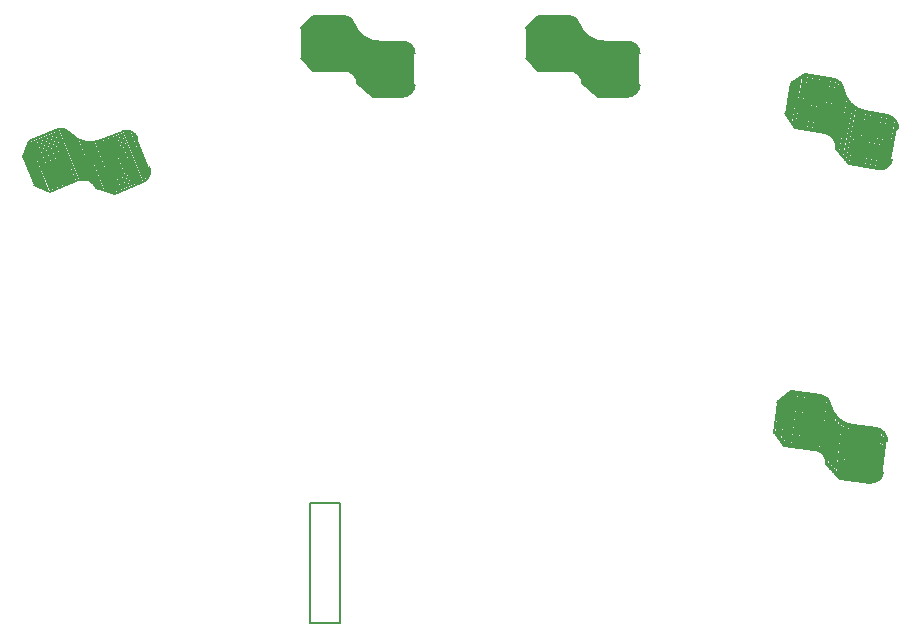
<source format=gbo>
%TF.GenerationSoftware,KiCad,Pcbnew,(5.1.9-0-10_14)*%
%TF.CreationDate,2021-05-28T20:21:16+09:00*%
%TF.ProjectId,quali5,7175616c-6935-42e6-9b69-6361645f7063,rev?*%
%TF.SameCoordinates,Original*%
%TF.FileFunction,Legend,Bot*%
%TF.FilePolarity,Positive*%
%FSLAX46Y46*%
G04 Gerber Fmt 4.6, Leading zero omitted, Abs format (unit mm)*
G04 Created by KiCad (PCBNEW (5.1.9-0-10_14)) date 2021-05-28 20:21:16*
%MOMM*%
%LPD*%
G01*
G04 APERTURE LIST*
%ADD10C,0.150000*%
%ADD11C,0.120000*%
G04 APERTURE END LIST*
D10*
%TO.C,SW2*%
X87693196Y-98685603D02*
X88779555Y-101374436D01*
X87748454Y-98555424D02*
X88909734Y-101429694D01*
X87803712Y-98425245D02*
X89039913Y-101484951D01*
X87858969Y-98295066D02*
X89170093Y-101540209D01*
X87941856Y-98099797D02*
X89365361Y-101623096D01*
X88024743Y-97904529D02*
X89560630Y-101705982D01*
X88107629Y-97709260D02*
X89755898Y-101788869D01*
X88209246Y-97560351D02*
X89932436Y-101825396D01*
X88348324Y-97504160D02*
X90071514Y-101769205D01*
X88487401Y-97447969D02*
X90210592Y-101713014D01*
X88626479Y-97391778D02*
X90349669Y-101656823D01*
X88765556Y-97335587D02*
X90488747Y-101600632D01*
X88904634Y-97279396D02*
X90627824Y-101544441D01*
X89043712Y-97223205D02*
X90766902Y-101488250D01*
X89182789Y-97167014D02*
X90905979Y-101432059D01*
X89321867Y-97110823D02*
X91045057Y-101375868D01*
X89460944Y-97054632D02*
X91184135Y-101319677D01*
X89600022Y-96998441D02*
X91323212Y-101263486D01*
X89739099Y-96942250D02*
X91462290Y-101207295D01*
X89878177Y-96886059D02*
X91601367Y-101151104D01*
X90017255Y-96829868D02*
X91740445Y-101094914D01*
X90156332Y-96773677D02*
X91879523Y-101038723D01*
X90295410Y-96717486D02*
X92018600Y-100982532D01*
X90434487Y-96661295D02*
X92138947Y-100879981D01*
X90573565Y-96605104D02*
X92296755Y-100870150D01*
X90712643Y-96548913D02*
X92435833Y-100813959D01*
X90870450Y-96539081D02*
X92574910Y-100757768D01*
X91046989Y-96575608D02*
X92751449Y-100794295D01*
X91223527Y-96612136D02*
X92909257Y-100784463D01*
X91372436Y-96713753D02*
X93020705Y-100793362D01*
X91558806Y-96908088D02*
X93132154Y-100802260D01*
X91707716Y-97009705D02*
X93262333Y-100857518D01*
X91875355Y-97157681D02*
X93429973Y-101005494D01*
X92024265Y-97259298D02*
X93578882Y-101107111D01*
X92191904Y-97407274D02*
X93858904Y-101533242D01*
X92387173Y-97490161D02*
X94054172Y-101616129D01*
X92582442Y-97573047D02*
X94230711Y-101652656D01*
X92758980Y-97609575D02*
X94407249Y-101689184D01*
X92935518Y-97646102D02*
X94602517Y-101772070D01*
X93112056Y-97682629D02*
X94779056Y-101808598D01*
X93269864Y-97672798D02*
X94974324Y-101891484D01*
X93446402Y-97709325D02*
X95150862Y-101928012D01*
X93604210Y-97699493D02*
X95327401Y-101964539D01*
X93743288Y-97643302D02*
X95485209Y-101954707D01*
X93882366Y-97587111D02*
X95624286Y-101898516D01*
X94040173Y-97577280D02*
X95744633Y-101795966D01*
X94179251Y-97521089D02*
X95902441Y-101786134D01*
X94318329Y-97464898D02*
X96041519Y-101729943D01*
X94457406Y-97408707D02*
X96180597Y-101673752D01*
X94596484Y-97352516D02*
X96319674Y-101617561D01*
X94735561Y-97296325D02*
X96458752Y-101561370D01*
X94874639Y-97240134D02*
X96597829Y-101505179D01*
X95013716Y-97183943D02*
X96736907Y-101448988D01*
X95152794Y-97127752D02*
X96875984Y-101392797D01*
X95291872Y-97071561D02*
X97015062Y-101336606D01*
X95430949Y-97015370D02*
X97154140Y-101280415D01*
X95570027Y-96959179D02*
X97293217Y-101224224D01*
X95709104Y-96902988D02*
X97432295Y-101168033D01*
X95848182Y-96846797D02*
X97571372Y-101111842D01*
X95987260Y-96790606D02*
X97710450Y-101055651D01*
X96126337Y-96734415D02*
X97830797Y-100953101D01*
X96284145Y-96724583D02*
X97969875Y-100896910D01*
X96441953Y-96714751D02*
X98090222Y-100794360D01*
X96618491Y-96751278D02*
X98191839Y-100645451D01*
X96795029Y-96787806D02*
X98293456Y-100496541D01*
X97009028Y-96917052D02*
X98357612Y-100254914D01*
X95378676Y-102024713D02*
X93812545Y-101551973D01*
X89895442Y-101867306D02*
X88561107Y-101300915D01*
X88153522Y-97555901D02*
X87587130Y-98890237D01*
X88593652Y-101314729D02*
X87600944Y-98857692D01*
X94169886Y-97497909D02*
X96001074Y-96758061D01*
X95378676Y-102024713D02*
X97742995Y-101069466D01*
X89895442Y-101867306D02*
X92282941Y-100902694D01*
X88153522Y-97555901D02*
X90564200Y-96581924D01*
D11*
X88571221Y-97521957D02*
X90238220Y-101647925D01*
X90238220Y-101647925D02*
X91130809Y-96649596D01*
X91130809Y-96649596D02*
X92760347Y-100682846D01*
X92760347Y-100682846D02*
X94541226Y-97482695D01*
X94541226Y-97482695D02*
X96226956Y-101655022D01*
D10*
X93812545Y-101551972D02*
G75*
G03*
X92282941Y-100902694I-1089441J-440163D01*
G01*
X91627002Y-96910838D02*
G75*
G03*
X94169886Y-97497909I1690654J1522272D01*
G01*
X97742995Y-101069466D02*
G75*
G03*
X98295572Y-99767675I-374607J927184D01*
G01*
X96001074Y-96758062D02*
G75*
G02*
X97302864Y-97310638I374607J-927183D01*
G01*
X90565575Y-96582672D02*
G75*
G02*
X91627001Y-96910838I311247J-873928D01*
G01*
%TO.C,SW6*%
X151671765Y-119532767D02*
X151318344Y-122411151D01*
X151783207Y-119445699D02*
X151405412Y-122522592D01*
X151894649Y-119358631D02*
X151492480Y-122634034D01*
X152006090Y-119271564D02*
X151579547Y-122745475D01*
X152173252Y-119140962D02*
X151710149Y-122912638D01*
X152340415Y-119010361D02*
X151840750Y-123079800D01*
X152507577Y-118879759D02*
X151971352Y-123246962D01*
X152668646Y-118798785D02*
X152108047Y-123364497D01*
X152817528Y-118817065D02*
X152256929Y-123382778D01*
X152966410Y-118835346D02*
X152405811Y-123401058D01*
X153115292Y-118853626D02*
X152554693Y-123419338D01*
X153264174Y-118871906D02*
X152703575Y-123437619D01*
X153413056Y-118890187D02*
X152852457Y-123455899D01*
X153561937Y-118908467D02*
X153001338Y-123474180D01*
X153710819Y-118926748D02*
X153150220Y-123492460D01*
X153859701Y-118945028D02*
X153299102Y-123510740D01*
X154008583Y-118963308D02*
X153447984Y-123529021D01*
X154157465Y-118981589D02*
X153596866Y-123547301D01*
X154306347Y-118999869D02*
X153745748Y-123565582D01*
X154455229Y-119018150D02*
X153894630Y-123583862D01*
X154604111Y-119036430D02*
X154043512Y-123602142D01*
X154752993Y-119054710D02*
X154192394Y-123620423D01*
X154901875Y-119072991D02*
X154341276Y-123638703D01*
X155050757Y-119091271D02*
X154496251Y-123607356D01*
X155199639Y-119109552D02*
X154639040Y-123675264D01*
X155348521Y-119127832D02*
X154787922Y-123693544D01*
X155491309Y-119195740D02*
X154936803Y-123711825D01*
X155628004Y-119313275D02*
X155073498Y-123829360D01*
X155764699Y-119430810D02*
X155216287Y-123897268D01*
X155845673Y-119591879D02*
X155309448Y-123959082D01*
X155914460Y-119852202D02*
X155402609Y-124020896D01*
X155995435Y-120013271D02*
X155489677Y-124132338D01*
X156070315Y-120223967D02*
X155564558Y-124343034D01*
X156151290Y-120385036D02*
X155645532Y-124504103D01*
X156226170Y-120595732D02*
X155683852Y-125012563D01*
X156356772Y-120762895D02*
X155814453Y-125179725D01*
X156487373Y-120930057D02*
X155951148Y-125297260D01*
X156624068Y-121047592D02*
X156087843Y-125414795D01*
X156760763Y-121165127D02*
X156218445Y-125581957D01*
X156897458Y-121282662D02*
X156355140Y-125699492D01*
X157040247Y-121350570D02*
X156485741Y-125866655D01*
X157176942Y-121468105D02*
X156622436Y-125984190D01*
X157319730Y-121536012D02*
X156759131Y-126101725D01*
X157468612Y-121554293D02*
X156901920Y-126169632D01*
X157617494Y-121572573D02*
X157050802Y-126187913D01*
X157760283Y-121640481D02*
X157205777Y-126156566D01*
X157909165Y-121658761D02*
X157348566Y-126224474D01*
X158058046Y-121677042D02*
X157497447Y-126242754D01*
X158206928Y-121695322D02*
X157646329Y-126261034D01*
X158355810Y-121713602D02*
X157795211Y-126279315D01*
X158504692Y-121731883D02*
X157944093Y-126297595D01*
X158653574Y-121750163D02*
X158092975Y-126315876D01*
X158802456Y-121768444D02*
X158241857Y-126334156D01*
X158951338Y-121786724D02*
X158390739Y-126352436D01*
X159100220Y-121805004D02*
X158539621Y-126370717D01*
X159249102Y-121823285D02*
X158688503Y-126388997D01*
X159397984Y-121841565D02*
X158837385Y-126407278D01*
X159546866Y-121859846D02*
X158986267Y-126425558D01*
X159695748Y-121878126D02*
X159135149Y-126443838D01*
X159844630Y-121896406D02*
X159284031Y-126462119D01*
X159993511Y-121914687D02*
X159439006Y-126430772D01*
X160136300Y-121982595D02*
X159587888Y-126449052D01*
X160279088Y-122050502D02*
X159742863Y-126417705D01*
X160415783Y-122168037D02*
X159903932Y-126336731D01*
X160552478Y-122285572D02*
X160065001Y-126255757D01*
X160676986Y-122502362D02*
X160238257Y-126075528D01*
X156774805Y-126179212D02*
X155634224Y-125006469D01*
X152055373Y-123383217D02*
X151162929Y-122240941D01*
X152622065Y-118767878D02*
X151479789Y-119660321D01*
X151184696Y-122268802D02*
X151507650Y-119638555D01*
X157912211Y-121633948D02*
X159872490Y-121874640D01*
X156774805Y-126179212D02*
X159305797Y-126489979D01*
X152055373Y-123383217D02*
X154611179Y-123697031D01*
X152622065Y-118767878D02*
X155202685Y-119084738D01*
D11*
X153003850Y-118940694D02*
X152461532Y-123357524D01*
X152461532Y-123357524D02*
X155665444Y-119418623D01*
X155665444Y-119418623D02*
X155135313Y-123736199D01*
X155135313Y-123736199D02*
X158244369Y-121800670D01*
X158244369Y-121800670D02*
X157695957Y-126267128D01*
D10*
X155634225Y-125006469D02*
G75*
G03*
X154611179Y-123697031I-1166242J143196D01*
G01*
X155972771Y-119887669D02*
G75*
G03*
X157912211Y-121633948I2216693J511764D01*
G01*
X159305798Y-126489979D02*
G75*
G03*
X160420213Y-125619302I121869J992546D01*
G01*
X159872490Y-121874640D02*
G75*
G02*
X160743167Y-122989055I-121869J-992546D01*
G01*
X155203526Y-119086059D02*
G75*
G02*
X155972772Y-119887669I-151466J-915250D01*
G01*
D11*
%TO.C,SW3*%
X118140000Y-89270000D02*
X118140000Y-93770000D01*
X115290000Y-91570000D02*
X118140000Y-89270000D01*
X115290000Y-87220000D02*
X115290000Y-91570000D01*
X112590000Y-91520000D02*
X115290000Y-87220000D01*
X112590000Y-87070000D02*
X112590000Y-91520000D01*
D10*
X112190000Y-86945000D02*
X114790000Y-86945000D01*
X112190000Y-91595000D02*
X114765000Y-91595000D01*
X117215000Y-93795000D02*
X119765000Y-93795000D01*
X117790000Y-89145000D02*
X119765000Y-89145000D01*
X111190000Y-90595000D02*
X111190000Y-87945000D01*
X112190000Y-86945000D02*
X111165000Y-87970000D01*
X112190000Y-91595000D02*
X111165000Y-90570000D01*
X117215000Y-93795000D02*
X115940000Y-92770000D01*
X120640000Y-89670000D02*
X120640000Y-93270000D01*
X120490000Y-89470000D02*
X120490000Y-93470000D01*
X120340000Y-89370000D02*
X120340000Y-93570000D01*
X120190000Y-89270000D02*
X120190000Y-93670000D01*
X120040000Y-89220000D02*
X120040000Y-93720000D01*
X119890000Y-89170000D02*
X119890000Y-93720000D01*
X119740000Y-89170000D02*
X119740000Y-93770000D01*
X119590000Y-89170000D02*
X119590000Y-93770000D01*
X119440000Y-89170000D02*
X119440000Y-93770000D01*
X119290000Y-89170000D02*
X119290000Y-93770000D01*
X119140000Y-89170000D02*
X119140000Y-93770000D01*
X118990000Y-89170000D02*
X118990000Y-93770000D01*
X118840000Y-89170000D02*
X118840000Y-93770000D01*
X118690000Y-89170000D02*
X118690000Y-93770000D01*
X118540000Y-89170000D02*
X118540000Y-93770000D01*
X118390000Y-89170000D02*
X118390000Y-93770000D01*
X118240000Y-89170000D02*
X118240000Y-93770000D01*
X118090000Y-89170000D02*
X118090000Y-93770000D01*
X117940000Y-89170000D02*
X117940000Y-93770000D01*
X117790000Y-89170000D02*
X117790000Y-93770000D01*
X117640000Y-89170000D02*
X117640000Y-93720000D01*
X117490000Y-89120000D02*
X117490000Y-93770000D01*
X117340000Y-89120000D02*
X117340000Y-93770000D01*
X117190000Y-89120000D02*
X117190000Y-93720000D01*
X117040000Y-89070000D02*
X117040000Y-93620000D01*
X116890000Y-88970000D02*
X116890000Y-93520000D01*
X116740000Y-88920000D02*
X116740000Y-93370000D01*
X116590000Y-88820000D02*
X116590000Y-93270000D01*
X116440000Y-88720000D02*
X116440000Y-93120000D01*
X116290000Y-88620000D02*
X116290000Y-93020000D01*
X116140000Y-88470000D02*
X116140000Y-92920000D01*
X115990000Y-88320000D02*
X115990000Y-92770000D01*
X115890000Y-88120000D02*
X115890000Y-92270000D01*
X115790000Y-87970000D02*
X115790000Y-92120000D01*
X115690000Y-87770000D02*
X115690000Y-91920000D01*
X115590000Y-87620000D02*
X115590000Y-91820000D01*
X115490000Y-87370000D02*
X115490000Y-91770000D01*
X115390000Y-87220000D02*
X115390000Y-91720000D01*
X115240000Y-87120000D02*
X115240000Y-91670000D01*
X115090000Y-87020000D02*
X115090000Y-91570000D01*
X114940000Y-86970000D02*
X114940000Y-91570000D01*
X114790000Y-86970000D02*
X114790000Y-91570000D01*
X114640000Y-86970000D02*
X114640000Y-91520000D01*
X114490000Y-86970000D02*
X114490000Y-91570000D01*
X114340000Y-86970000D02*
X114340000Y-91570000D01*
X114190000Y-86970000D02*
X114190000Y-91570000D01*
X114040000Y-86970000D02*
X114040000Y-91570000D01*
X113890000Y-86970000D02*
X113890000Y-91570000D01*
X113740000Y-86970000D02*
X113740000Y-91570000D01*
X113590000Y-86970000D02*
X113590000Y-91570000D01*
X113440000Y-86970000D02*
X113440000Y-91570000D01*
X113290000Y-86970000D02*
X113290000Y-91570000D01*
X113140000Y-86970000D02*
X113140000Y-91570000D01*
X112990000Y-86970000D02*
X112990000Y-91570000D01*
X112840000Y-86970000D02*
X112840000Y-91570000D01*
X112690000Y-86970000D02*
X112690000Y-91570000D01*
X112540000Y-86970000D02*
X112540000Y-91570000D01*
X112390000Y-86970000D02*
X112390000Y-91570000D01*
X112240000Y-86970000D02*
X112240000Y-91570000D01*
X112090000Y-87070000D02*
X112090000Y-91470000D01*
X111940000Y-87220000D02*
X111940000Y-91320000D01*
X111790000Y-87370000D02*
X111790000Y-91170000D01*
X111640000Y-87520000D02*
X111640000Y-91020000D01*
X111540000Y-87620000D02*
X111540000Y-90920000D01*
X111440000Y-87720000D02*
X111440000Y-90820000D01*
X111340000Y-87820000D02*
X111340000Y-90720000D01*
X114790995Y-86946209D02*
G75*
G02*
X115652199Y-87648096I-38796J-926887D01*
G01*
X119765000Y-89145000D02*
G75*
G02*
X120765000Y-90145000I0J-1000000D01*
G01*
X119765000Y-93795000D02*
G75*
G03*
X120765000Y-92795000I0J1000000D01*
G01*
X115652199Y-87648096D02*
G75*
G03*
X117790000Y-89145000I2137801J778096D01*
G01*
X115940000Y-92770000D02*
G75*
G03*
X114765000Y-91595000I-1175000J0D01*
G01*
%TO.C,OL1*%
X111940000Y-138360000D02*
X111940000Y-128200000D01*
X111940000Y-128200000D02*
X114480000Y-128200000D01*
X114480000Y-128200000D02*
X114480000Y-138360000D01*
X114480000Y-138360000D02*
X111940000Y-138360000D01*
%TO.C,SW4*%
X130390000Y-87820000D02*
X130390000Y-90720000D01*
X130490000Y-87720000D02*
X130490000Y-90820000D01*
X130590000Y-87620000D02*
X130590000Y-90920000D01*
X130690000Y-87520000D02*
X130690000Y-91020000D01*
X130840000Y-87370000D02*
X130840000Y-91170000D01*
X130990000Y-87220000D02*
X130990000Y-91320000D01*
X131140000Y-87070000D02*
X131140000Y-91470000D01*
X131290000Y-86970000D02*
X131290000Y-91570000D01*
X131440000Y-86970000D02*
X131440000Y-91570000D01*
X131590000Y-86970000D02*
X131590000Y-91570000D01*
X131740000Y-86970000D02*
X131740000Y-91570000D01*
X131890000Y-86970000D02*
X131890000Y-91570000D01*
X132040000Y-86970000D02*
X132040000Y-91570000D01*
X132190000Y-86970000D02*
X132190000Y-91570000D01*
X132340000Y-86970000D02*
X132340000Y-91570000D01*
X132490000Y-86970000D02*
X132490000Y-91570000D01*
X132640000Y-86970000D02*
X132640000Y-91570000D01*
X132790000Y-86970000D02*
X132790000Y-91570000D01*
X132940000Y-86970000D02*
X132940000Y-91570000D01*
X133090000Y-86970000D02*
X133090000Y-91570000D01*
X133240000Y-86970000D02*
X133240000Y-91570000D01*
X133390000Y-86970000D02*
X133390000Y-91570000D01*
X133540000Y-86970000D02*
X133540000Y-91570000D01*
X133690000Y-86970000D02*
X133690000Y-91520000D01*
X133840000Y-86970000D02*
X133840000Y-91570000D01*
X133990000Y-86970000D02*
X133990000Y-91570000D01*
X134140000Y-87020000D02*
X134140000Y-91570000D01*
X134290000Y-87120000D02*
X134290000Y-91670000D01*
X134440000Y-87220000D02*
X134440000Y-91720000D01*
X134540000Y-87370000D02*
X134540000Y-91770000D01*
X134640000Y-87620000D02*
X134640000Y-91820000D01*
X134740000Y-87770000D02*
X134740000Y-91920000D01*
X134840000Y-87970000D02*
X134840000Y-92120000D01*
X134940000Y-88120000D02*
X134940000Y-92270000D01*
X135040000Y-88320000D02*
X135040000Y-92770000D01*
X135190000Y-88470000D02*
X135190000Y-92920000D01*
X135340000Y-88620000D02*
X135340000Y-93020000D01*
X135490000Y-88720000D02*
X135490000Y-93120000D01*
X135640000Y-88820000D02*
X135640000Y-93270000D01*
X135790000Y-88920000D02*
X135790000Y-93370000D01*
X135940000Y-88970000D02*
X135940000Y-93520000D01*
X136090000Y-89070000D02*
X136090000Y-93620000D01*
X136240000Y-89120000D02*
X136240000Y-93720000D01*
X136390000Y-89120000D02*
X136390000Y-93770000D01*
X136540000Y-89120000D02*
X136540000Y-93770000D01*
X136690000Y-89170000D02*
X136690000Y-93720000D01*
X136840000Y-89170000D02*
X136840000Y-93770000D01*
X136990000Y-89170000D02*
X136990000Y-93770000D01*
X137140000Y-89170000D02*
X137140000Y-93770000D01*
X137290000Y-89170000D02*
X137290000Y-93770000D01*
X137440000Y-89170000D02*
X137440000Y-93770000D01*
X137590000Y-89170000D02*
X137590000Y-93770000D01*
X137740000Y-89170000D02*
X137740000Y-93770000D01*
X137890000Y-89170000D02*
X137890000Y-93770000D01*
X138040000Y-89170000D02*
X138040000Y-93770000D01*
X138190000Y-89170000D02*
X138190000Y-93770000D01*
X138340000Y-89170000D02*
X138340000Y-93770000D01*
X138490000Y-89170000D02*
X138490000Y-93770000D01*
X138640000Y-89170000D02*
X138640000Y-93770000D01*
X138790000Y-89170000D02*
X138790000Y-93770000D01*
X138940000Y-89170000D02*
X138940000Y-93720000D01*
X139090000Y-89220000D02*
X139090000Y-93720000D01*
X139240000Y-89270000D02*
X139240000Y-93670000D01*
X139390000Y-89370000D02*
X139390000Y-93570000D01*
X139540000Y-89470000D02*
X139540000Y-93470000D01*
X139690000Y-89670000D02*
X139690000Y-93270000D01*
X136265000Y-93795000D02*
X134990000Y-92770000D01*
X131240000Y-91595000D02*
X130215000Y-90570000D01*
X131240000Y-86945000D02*
X130215000Y-87970000D01*
X130240000Y-90595000D02*
X130240000Y-87945000D01*
X136840000Y-89145000D02*
X138815000Y-89145000D01*
X136265000Y-93795000D02*
X138815000Y-93795000D01*
X131240000Y-91595000D02*
X133815000Y-91595000D01*
X131240000Y-86945000D02*
X133840000Y-86945000D01*
D11*
X131640000Y-87070000D02*
X131640000Y-91520000D01*
X131640000Y-91520000D02*
X134340000Y-87220000D01*
X134340000Y-87220000D02*
X134340000Y-91570000D01*
X134340000Y-91570000D02*
X137190000Y-89270000D01*
X137190000Y-89270000D02*
X137190000Y-93770000D01*
D10*
X134990000Y-92770000D02*
G75*
G03*
X133815000Y-91595000I-1175000J0D01*
G01*
X134702199Y-87648096D02*
G75*
G03*
X136840000Y-89145000I2137801J778096D01*
G01*
X138815000Y-93795000D02*
G75*
G03*
X139815000Y-92795000I0J1000000D01*
G01*
X138815000Y-89145000D02*
G75*
G02*
X139815000Y-90145000I0J-1000000D01*
G01*
X133840995Y-86946209D02*
G75*
G02*
X134702199Y-87648096I-38796J-926887D01*
G01*
D11*
%TO.C,SW5*%
X159237325Y-95216191D02*
X158417265Y-99640838D01*
X156015907Y-96958306D02*
X159237325Y-95216191D01*
X156808631Y-92681147D02*
X156015907Y-96958306D01*
X153370230Y-96417108D02*
X156808631Y-92681147D01*
X154181178Y-92041623D02*
X153370230Y-96417108D01*
D10*
X153810656Y-91845822D02*
X156367119Y-92319635D01*
X152963261Y-96417958D02*
X155495142Y-96887214D01*
X157503198Y-99496852D02*
X160010498Y-99961552D01*
X158915965Y-95029502D02*
X160857894Y-95389417D01*
X152162241Y-95252467D02*
X152645165Y-92646842D01*
X153810656Y-91845822D02*
X152616028Y-92666867D01*
X152963261Y-96417958D02*
X152142216Y-95223330D01*
X157503198Y-99496852D02*
X156436340Y-98256665D01*
X161622568Y-96065082D02*
X160966520Y-99604800D01*
X161511527Y-95841096D02*
X160782585Y-99774115D01*
X161382262Y-95715435D02*
X160616873Y-99845105D01*
X161252997Y-95589774D02*
X160451161Y-99916096D01*
X161114621Y-95513276D02*
X160294561Y-99937923D01*
X160976245Y-95436778D02*
X160147073Y-99910588D01*
X160828756Y-95409443D02*
X159990473Y-99932415D01*
X160681268Y-95382107D02*
X159842985Y-99905080D01*
X160533780Y-95354772D02*
X159695496Y-99877745D01*
X160386292Y-95327437D02*
X159548008Y-99850409D01*
X160238803Y-95300101D02*
X159400520Y-99823074D01*
X160091315Y-95272766D02*
X159253032Y-99795739D01*
X159943827Y-95245431D02*
X159105543Y-99768403D01*
X159796339Y-95218095D02*
X158958055Y-99741068D01*
X159648850Y-95190760D02*
X158810567Y-99713733D01*
X159501362Y-95163425D02*
X158663079Y-99686397D01*
X159353874Y-95136089D02*
X158515591Y-99659062D01*
X159206386Y-95108754D02*
X158368102Y-99631727D01*
X159058897Y-95081419D02*
X158220614Y-99604391D01*
X158911409Y-95054083D02*
X158073126Y-99577056D01*
X158763921Y-95026748D02*
X157934749Y-99500558D01*
X158625545Y-94950250D02*
X157778149Y-99522385D01*
X158478056Y-94922915D02*
X157630661Y-99495050D01*
X158330568Y-94895579D02*
X157492285Y-99418552D01*
X158192192Y-94819081D02*
X157363020Y-99292891D01*
X158062927Y-94693420D02*
X157233755Y-99167230D01*
X157924550Y-94616922D02*
X157113602Y-98992407D01*
X157795286Y-94491261D02*
X156984338Y-98866746D01*
X157666021Y-94365601D02*
X156864185Y-98691922D01*
X157536756Y-94239940D02*
X156734920Y-98566261D01*
X157416604Y-94065116D02*
X156605655Y-98440601D01*
X157296451Y-93890293D02*
X156485503Y-98265777D01*
X157234572Y-93675418D02*
X156478295Y-97755926D01*
X157163582Y-93509706D02*
X156407305Y-97590214D01*
X157101704Y-93294832D02*
X156345426Y-97375340D01*
X157030714Y-93129120D02*
X156265324Y-97258791D01*
X156977947Y-92865083D02*
X156176111Y-97191404D01*
X156906957Y-92699371D02*
X156086897Y-97124018D01*
X156777692Y-92573710D02*
X155948520Y-97047520D01*
X156648427Y-92448049D02*
X155819256Y-96921859D01*
X156510051Y-92371551D02*
X155671768Y-96894524D01*
X156362563Y-92344216D02*
X155524279Y-96867189D01*
X156215074Y-92316881D02*
X155385903Y-96790690D01*
X156067586Y-92289545D02*
X155229303Y-96812518D01*
X155920098Y-92262210D02*
X155081815Y-96785183D01*
X155772610Y-92234875D02*
X154934326Y-96757847D01*
X155625122Y-92207539D02*
X154786838Y-96730512D01*
X155477633Y-92180204D02*
X154639350Y-96703177D01*
X155330145Y-92152869D02*
X154491862Y-96675841D01*
X155182657Y-92125533D02*
X154344373Y-96648506D01*
X155035169Y-92098198D02*
X154196885Y-96621171D01*
X154887680Y-92070863D02*
X154049397Y-96593835D01*
X154740192Y-92043527D02*
X153901909Y-96566500D01*
X154592704Y-92016192D02*
X153754420Y-96539165D01*
X154445216Y-91988857D02*
X153606932Y-96511829D01*
X154297727Y-91961521D02*
X153459444Y-96484494D01*
X154150239Y-91934186D02*
X153311956Y-96457159D01*
X154002751Y-91906851D02*
X153164467Y-96429823D01*
X153855263Y-91879515D02*
X153016979Y-96402488D01*
X153689551Y-91950506D02*
X152887715Y-96276827D01*
X153514727Y-92070658D02*
X152767562Y-96102004D01*
X153339904Y-92190811D02*
X152647409Y-95927180D01*
X153165080Y-92310964D02*
X152527256Y-95752356D01*
X153048531Y-92391066D02*
X152447154Y-95635807D01*
X152931982Y-92471168D02*
X152367052Y-95519258D01*
X152815433Y-92551270D02*
X152286950Y-95402709D01*
X156367876Y-92321004D02*
G75*
G02*
X157086751Y-93168080I-207058J-904297D01*
G01*
X160857894Y-95389417D02*
G75*
G02*
X161658913Y-96554908I-182236J-983255D01*
G01*
X160010499Y-99961553D02*
G75*
G03*
X161175989Y-99160533I182235J983255D01*
G01*
X157086751Y-93168080D02*
G75*
G03*
X158915965Y-95029502I2243800J375483D01*
G01*
X156436340Y-98256666D02*
G75*
G03*
X155495142Y-96887214I-1155325J214127D01*
G01*
%TO.C,U1*%
%TD*%
M02*

</source>
